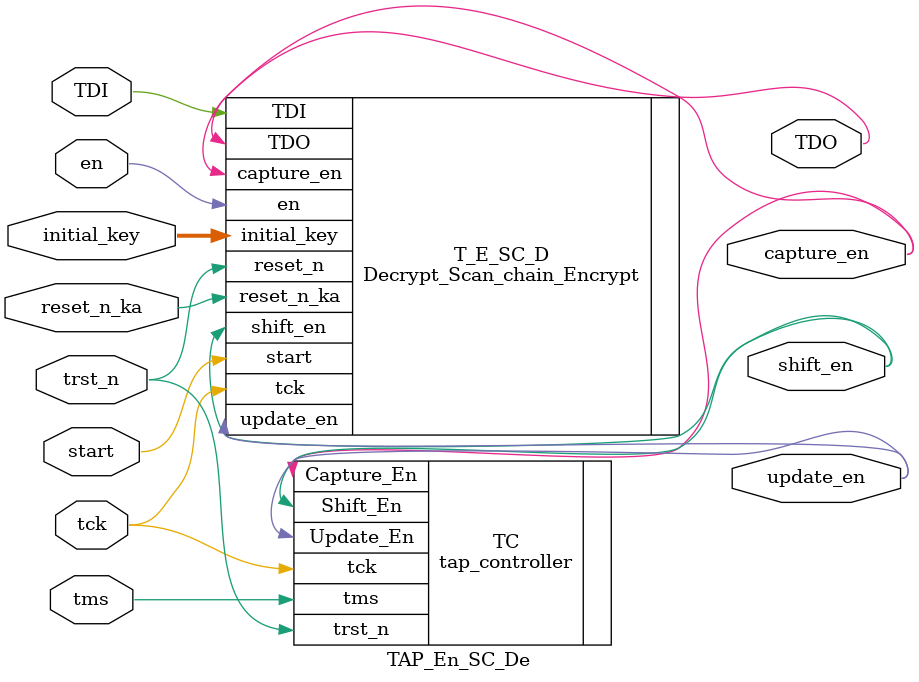
<source format=v>
`timescale 1ns / 1ps


module TAP_En_SC_De(
    input wire tck,
    input wire trst_n,
    input wire tms,
    input wire reset_n_ka,start,en,
    
    input wire TDI,
    input wire [127:0] initial_key,
    
    output wire TDO,

    output wire capture_en,
    output wire shift_en,
    output wire update_en
    );
    
    
tap_controller TC (
    .tck(tck),
    .trst_n(trst_n),
    .tms(tms),
    .Capture_En(capture_en),
    .Shift_En(shift_en),
    .Update_En(update_en)
);


Decrypt_Scan_chain_Encrypt T_E_SC_D(
    .tck(tck),
    .reset_n(trst_n),
    .reset_n_ka(reset_n_ka),
    .start(start),
    .en(en),
    .TDI(TDI),
    .shift_en(shift_en),
    .update_en(update_en),
    .capture_en(capture_en),
    .initial_key(initial_key),
    .TDO(TDO)
);
endmodule

</source>
